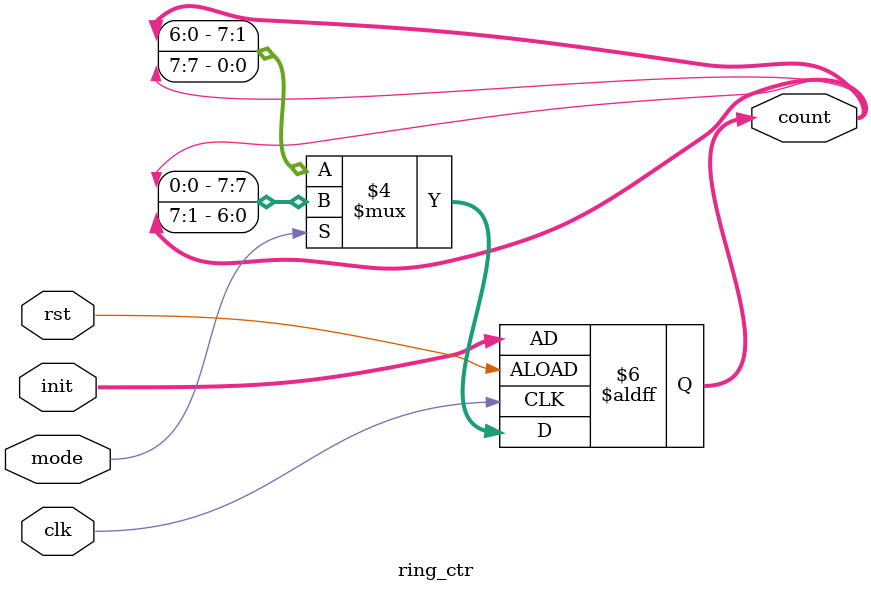
<source format=v>
`timescale 1ns / 1ps


module ring_ctr(clk,rst,mode,init,count);
input wire clk,rst,mode;
output reg [7:0]count;
input wire [7:0]init;//initial value
always@(posedge clk or negedge rst)
begin
    if(rst==0)//active low reset
        count=init;
    else
    begin 
    if(mode) //left to right
        count={count[0],count[7:1]};
    else //right to left
        count={count[6:0],count[7]};
   end
end
endmodule

</source>
